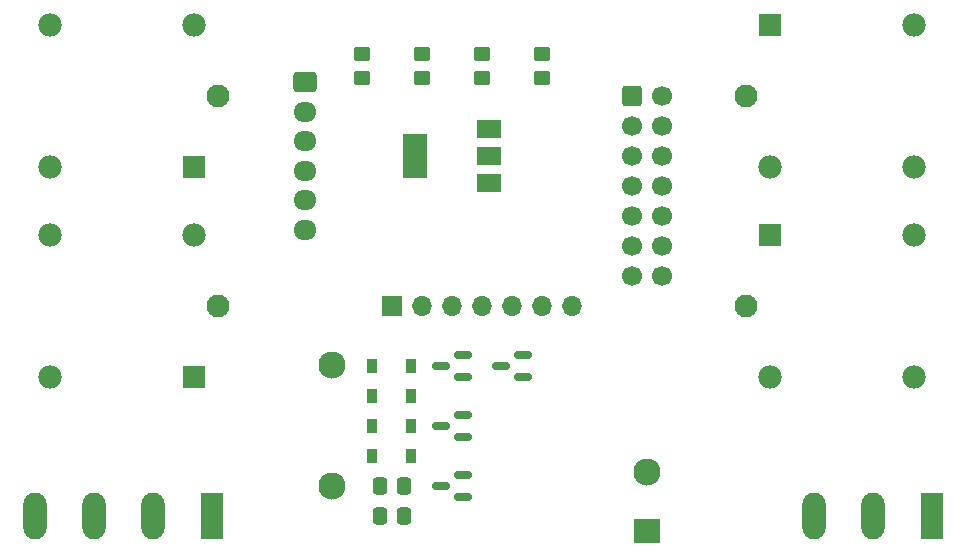
<source format=gbr>
%TF.GenerationSoftware,KiCad,Pcbnew,(6.0.4)*%
%TF.CreationDate,2022-04-22T12:19:17+05:30*%
%TF.ProjectId,esp32 switch,65737033-3220-4737-9769-7463682e6b69,rev?*%
%TF.SameCoordinates,Original*%
%TF.FileFunction,Soldermask,Bot*%
%TF.FilePolarity,Negative*%
%FSLAX46Y46*%
G04 Gerber Fmt 4.6, Leading zero omitted, Abs format (unit mm)*
G04 Created by KiCad (PCBNEW (6.0.4)) date 2022-04-22 12:19:17*
%MOMM*%
%LPD*%
G01*
G04 APERTURE LIST*
G04 Aperture macros list*
%AMRoundRect*
0 Rectangle with rounded corners*
0 $1 Rounding radius*
0 $2 $3 $4 $5 $6 $7 $8 $9 X,Y pos of 4 corners*
0 Add a 4 corners polygon primitive as box body*
4,1,4,$2,$3,$4,$5,$6,$7,$8,$9,$2,$3,0*
0 Add four circle primitives for the rounded corners*
1,1,$1+$1,$2,$3*
1,1,$1+$1,$4,$5*
1,1,$1+$1,$6,$7*
1,1,$1+$1,$8,$9*
0 Add four rect primitives between the rounded corners*
20,1,$1+$1,$2,$3,$4,$5,0*
20,1,$1+$1,$4,$5,$6,$7,0*
20,1,$1+$1,$6,$7,$8,$9,0*
20,1,$1+$1,$8,$9,$2,$3,0*%
G04 Aperture macros list end*
%ADD10RoundRect,0.250000X-0.600000X-0.600000X0.600000X-0.600000X0.600000X0.600000X-0.600000X0.600000X0*%
%ADD11C,1.700000*%
%ADD12R,2.300000X2.000000*%
%ADD13C,2.300000*%
%ADD14R,1.700000X1.700000*%
%ADD15O,1.700000X1.700000*%
%ADD16R,1.980000X3.960000*%
%ADD17O,1.980000X3.960000*%
%ADD18R,1.980000X1.980000*%
%ADD19C,1.980000*%
%ADD20C,1.935000*%
%ADD21RoundRect,0.250000X-0.725000X0.600000X-0.725000X-0.600000X0.725000X-0.600000X0.725000X0.600000X0*%
%ADD22O,1.950000X1.700000*%
%ADD23RoundRect,0.150000X0.587500X0.150000X-0.587500X0.150000X-0.587500X-0.150000X0.587500X-0.150000X0*%
%ADD24R,0.900000X1.200000*%
%ADD25R,2.000000X1.500000*%
%ADD26R,2.000000X3.800000*%
%ADD27RoundRect,0.250000X-0.450000X0.350000X-0.450000X-0.350000X0.450000X-0.350000X0.450000X0.350000X0*%
%ADD28RoundRect,0.250000X0.337500X0.475000X-0.337500X0.475000X-0.337500X-0.475000X0.337500X-0.475000X0*%
%ADD29RoundRect,0.250000X-0.337500X-0.475000X0.337500X-0.475000X0.337500X0.475000X-0.337500X0.475000X0*%
G04 APERTURE END LIST*
D10*
%TO.C,J3*%
X144780000Y-63500000D03*
D11*
X147320000Y-63500000D03*
X144780000Y-66040000D03*
X147320000Y-66040000D03*
X144780000Y-68580000D03*
X147320000Y-68580000D03*
X144780000Y-71120000D03*
X147320000Y-71120000D03*
X144780000Y-73660000D03*
X147320000Y-73660000D03*
X144780000Y-76200000D03*
X147320000Y-76200000D03*
X144780000Y-78740000D03*
X147320000Y-78740000D03*
%TD*%
D12*
%TO.C,PS1*%
X146050000Y-100330000D03*
D13*
X146050000Y-95330000D03*
X119380000Y-96520000D03*
X119380000Y-86320000D03*
%TD*%
D14*
%TO.C,J6*%
X124460000Y-81280000D03*
D15*
X127000000Y-81280000D03*
X129540000Y-81280000D03*
X132080000Y-81280000D03*
X134620000Y-81280000D03*
X137160000Y-81280000D03*
X139700000Y-81280000D03*
%TD*%
D16*
%TO.C,J1*%
X109220000Y-99060000D03*
D17*
X104220000Y-99060000D03*
X99220000Y-99060000D03*
X94220000Y-99060000D03*
%TD*%
D18*
%TO.C,K3*%
X156460000Y-57500000D03*
D19*
X156460000Y-69500000D03*
D20*
X154460000Y-63500000D03*
D19*
X168660000Y-57500000D03*
X168660000Y-69500000D03*
%TD*%
D16*
%TO.C,J2*%
X170180000Y-99060000D03*
D17*
X165180000Y-99060000D03*
X160180000Y-99060000D03*
%TD*%
D18*
%TO.C,K1*%
X107700000Y-87280000D03*
D19*
X107700000Y-75280000D03*
D20*
X109700000Y-81280000D03*
D19*
X95500000Y-87280000D03*
X95500000Y-75280000D03*
%TD*%
D21*
%TO.C,J5*%
X117140000Y-62330000D03*
D22*
X117140000Y-64830000D03*
X117140000Y-67330000D03*
X117140000Y-69830000D03*
X117140000Y-72330000D03*
X117140000Y-74830000D03*
%TD*%
D18*
%TO.C,K4*%
X156460000Y-75280000D03*
D19*
X156460000Y-87280000D03*
D20*
X154460000Y-81280000D03*
D19*
X168660000Y-75280000D03*
X168660000Y-87280000D03*
%TD*%
D18*
%TO.C,K2*%
X107700000Y-69500000D03*
D19*
X107700000Y-57500000D03*
D20*
X109700000Y-63500000D03*
D19*
X95500000Y-69500000D03*
X95500000Y-57500000D03*
%TD*%
D23*
%TO.C,Q3*%
X130477500Y-95570000D03*
X130477500Y-97470000D03*
X128602500Y-96520000D03*
%TD*%
D24*
%TO.C,D1*%
X126110000Y-86360000D03*
X122810000Y-86360000D03*
%TD*%
D25*
%TO.C,U1*%
X132690000Y-66280000D03*
X132690000Y-68580000D03*
D26*
X126390000Y-68580000D03*
D25*
X132690000Y-70880000D03*
%TD*%
D23*
%TO.C,Q4*%
X135557500Y-85410000D03*
X135557500Y-87310000D03*
X133682500Y-86360000D03*
%TD*%
%TO.C,Q2*%
X130477500Y-90490000D03*
X130477500Y-92390000D03*
X128602500Y-91440000D03*
%TD*%
D24*
%TO.C,D4*%
X126110000Y-93980000D03*
X122810000Y-93980000D03*
%TD*%
D23*
%TO.C,Q1*%
X130477500Y-85410000D03*
X130477500Y-87310000D03*
X128602500Y-86360000D03*
%TD*%
D24*
%TO.C,D3*%
X126110000Y-91440000D03*
X122810000Y-91440000D03*
%TD*%
D27*
%TO.C,R4*%
X137160000Y-59960000D03*
X137160000Y-61960000D03*
%TD*%
D24*
%TO.C,D2*%
X126110000Y-88900000D03*
X122810000Y-88900000D03*
%TD*%
D28*
%TO.C,C1*%
X125497500Y-96520000D03*
X123422500Y-96520000D03*
%TD*%
D27*
%TO.C,R3*%
X132080000Y-59960000D03*
X132080000Y-61960000D03*
%TD*%
%TO.C,R2*%
X127000000Y-59960000D03*
X127000000Y-61960000D03*
%TD*%
%TO.C,R1*%
X121920000Y-59960000D03*
X121920000Y-61960000D03*
%TD*%
D29*
%TO.C,C2*%
X123422500Y-99060000D03*
X125497500Y-99060000D03*
%TD*%
M02*

</source>
